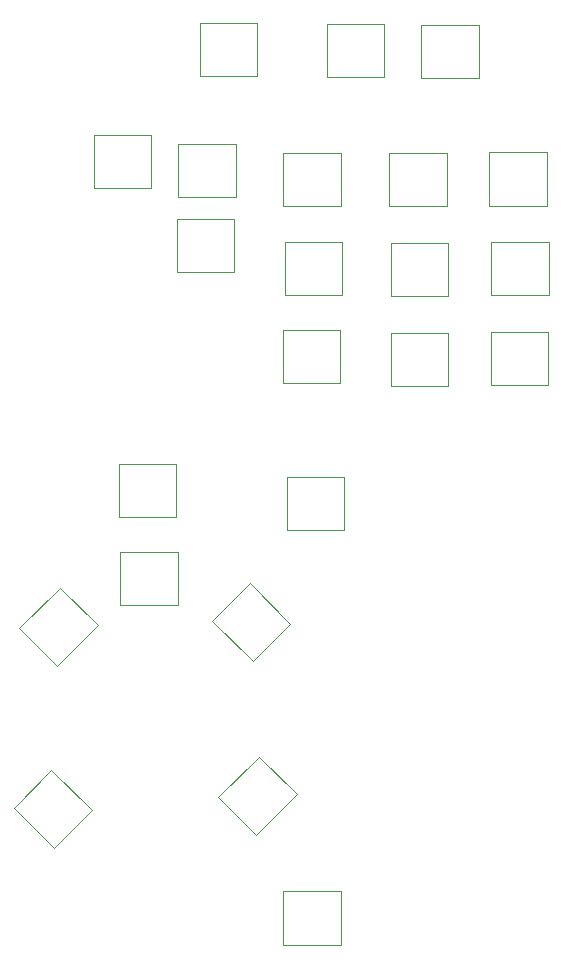
<source format=gbr>
%TF.GenerationSoftware,KiCad,Pcbnew,(6.0.7-1)-1*%
%TF.CreationDate,2023-10-29T11:46:34+10:00*%
%TF.ProjectId,Landing Gear Panel PCB V2,4c616e64-696e-4672-9047-656172205061,rev?*%
%TF.SameCoordinates,Original*%
%TF.FileFunction,Other,User*%
%FSLAX46Y46*%
G04 Gerber Fmt 4.6, Leading zero omitted, Abs format (unit mm)*
G04 Created by KiCad (PCBNEW (6.0.7-1)-1) date 2023-10-29 11:46:34*
%MOMM*%
%LPD*%
G01*
G04 APERTURE LIST*
%ADD10C,0.050000*%
G04 APERTURE END LIST*
D10*
%TO.C,D1*%
X83075000Y-45100000D02*
X87925000Y-45100000D01*
X83075000Y-40600000D02*
X83075000Y-45100000D01*
X87925000Y-40600000D02*
X83075000Y-40600000D01*
X87925000Y-45100000D02*
X87925000Y-40600000D01*
%TO.C,D2*%
X98675000Y-45200000D02*
X98675000Y-40700000D01*
X93825000Y-40700000D02*
X93825000Y-45200000D01*
X98675000Y-40700000D02*
X93825000Y-40700000D01*
X93825000Y-45200000D02*
X98675000Y-45200000D01*
%TO.C,D3*%
X101825000Y-45250000D02*
X106675000Y-45250000D01*
X106675000Y-40750000D02*
X101825000Y-40750000D01*
X106675000Y-45250000D02*
X106675000Y-40750000D01*
X101825000Y-40750000D02*
X101825000Y-45250000D01*
%TO.C,D4*%
X78922200Y-50126800D02*
X74072200Y-50126800D01*
X74072200Y-54626800D02*
X78922200Y-54626800D01*
X74072200Y-50126800D02*
X74072200Y-54626800D01*
X78922200Y-54626800D02*
X78922200Y-50126800D01*
%TO.C,D5*%
X81235000Y-55338000D02*
X86085000Y-55338000D01*
X86085000Y-50838000D02*
X81235000Y-50838000D01*
X81235000Y-50838000D02*
X81235000Y-55338000D01*
X86085000Y-55338000D02*
X86085000Y-50838000D01*
%TO.C,D6*%
X90125000Y-56100000D02*
X94975000Y-56100000D01*
X90125000Y-51600000D02*
X90125000Y-56100000D01*
X94975000Y-56100000D02*
X94975000Y-51600000D01*
X94975000Y-51600000D02*
X90125000Y-51600000D01*
%TO.C,D7*%
X99117000Y-51600000D02*
X99117000Y-56100000D01*
X103967000Y-51600000D02*
X99117000Y-51600000D01*
X103967000Y-56100000D02*
X103967000Y-51600000D01*
X99117000Y-56100000D02*
X103967000Y-56100000D01*
%TO.C,D8*%
X112439000Y-51574800D02*
X107589000Y-51574800D01*
X107589000Y-51574800D02*
X107589000Y-56074800D01*
X112439000Y-56074800D02*
X112439000Y-51574800D01*
X107589000Y-56074800D02*
X112439000Y-56074800D01*
%TO.C,D9*%
X85983400Y-61738800D02*
X85983400Y-57238800D01*
X85983400Y-57238800D02*
X81133400Y-57238800D01*
X81133400Y-61738800D02*
X85983400Y-61738800D01*
X81133400Y-57238800D02*
X81133400Y-61738800D01*
%TO.C,D10*%
X95115800Y-59144000D02*
X90265800Y-59144000D01*
X90265800Y-59144000D02*
X90265800Y-63644000D01*
X90265800Y-63644000D02*
X95115800Y-63644000D01*
X95115800Y-63644000D02*
X95115800Y-59144000D01*
%TO.C,D11*%
X99218000Y-59220000D02*
X99218000Y-63720000D01*
X104068000Y-63720000D02*
X104068000Y-59220000D01*
X99218000Y-63720000D02*
X104068000Y-63720000D01*
X104068000Y-59220000D02*
X99218000Y-59220000D01*
%TO.C,D12*%
X107741000Y-59144000D02*
X107741000Y-63644000D01*
X107741000Y-63644000D02*
X112591000Y-63644000D01*
X112591000Y-63644000D02*
X112591000Y-59144000D01*
X112591000Y-59144000D02*
X107741000Y-59144000D01*
%TO.C,D13*%
X94925000Y-71100000D02*
X94925000Y-66600000D01*
X90075000Y-66600000D02*
X90075000Y-71100000D01*
X94925000Y-66600000D02*
X90075000Y-66600000D01*
X90075000Y-71100000D02*
X94925000Y-71100000D01*
%TO.C,D14*%
X104068000Y-71340000D02*
X104068000Y-66840000D01*
X99218000Y-66840000D02*
X99218000Y-71340000D01*
X99218000Y-71340000D02*
X104068000Y-71340000D01*
X104068000Y-66840000D02*
X99218000Y-66840000D01*
%TO.C,D15*%
X107702000Y-66789200D02*
X107702000Y-71289200D01*
X107702000Y-71289200D02*
X112552000Y-71289200D01*
X112552000Y-71289200D02*
X112552000Y-66789200D01*
X112552000Y-66789200D02*
X107702000Y-66789200D01*
%TO.C,D16*%
X81030600Y-77916000D02*
X76180600Y-77916000D01*
X81030600Y-82416000D02*
X81030600Y-77916000D01*
X76180600Y-82416000D02*
X81030600Y-82416000D01*
X76180600Y-77916000D02*
X76180600Y-82416000D01*
%TO.C,D17*%
X90430600Y-79016000D02*
X90430600Y-83516000D01*
X95280600Y-79016000D02*
X90430600Y-79016000D01*
X95280600Y-83516000D02*
X95280600Y-79016000D01*
X90430600Y-83516000D02*
X95280600Y-83516000D01*
%TO.C,D18*%
X76330600Y-85371200D02*
X76330600Y-89871200D01*
X81180600Y-85371200D02*
X76330600Y-85371200D01*
X81180600Y-89871200D02*
X81180600Y-85371200D01*
X76330600Y-89871200D02*
X81180600Y-89871200D01*
%TO.C,D19*%
X70976217Y-95055763D02*
X74405685Y-91626295D01*
X71223705Y-88444315D02*
X67794237Y-91873783D01*
X67794237Y-91873783D02*
X70976217Y-95055763D01*
X74405685Y-91626295D02*
X71223705Y-88444315D01*
%TO.C,D20*%
X87523705Y-94655685D02*
X90705685Y-91473705D01*
X84094237Y-91226217D02*
X87523705Y-94655685D01*
X90705685Y-91473705D02*
X87276217Y-88044237D01*
X87276217Y-88044237D02*
X84094237Y-91226217D01*
%TO.C,D21*%
X73915485Y-107290305D02*
X70486017Y-103860837D01*
X67304037Y-107042817D02*
X70733505Y-110472285D01*
X70733505Y-110472285D02*
X73915485Y-107290305D01*
X70486017Y-103860837D02*
X67304037Y-107042817D01*
%TO.C,D22*%
X88072183Y-102745837D02*
X84642715Y-106175305D01*
X91254163Y-105927817D02*
X88072183Y-102745837D01*
X87824695Y-109357285D02*
X91254163Y-105927817D01*
X84642715Y-106175305D02*
X87824695Y-109357285D01*
%TO.C,D23*%
X94975000Y-118650000D02*
X94975000Y-114150000D01*
X90125000Y-114150000D02*
X90125000Y-118650000D01*
X94975000Y-114150000D02*
X90125000Y-114150000D01*
X90125000Y-118650000D02*
X94975000Y-118650000D01*
%TD*%
M02*

</source>
